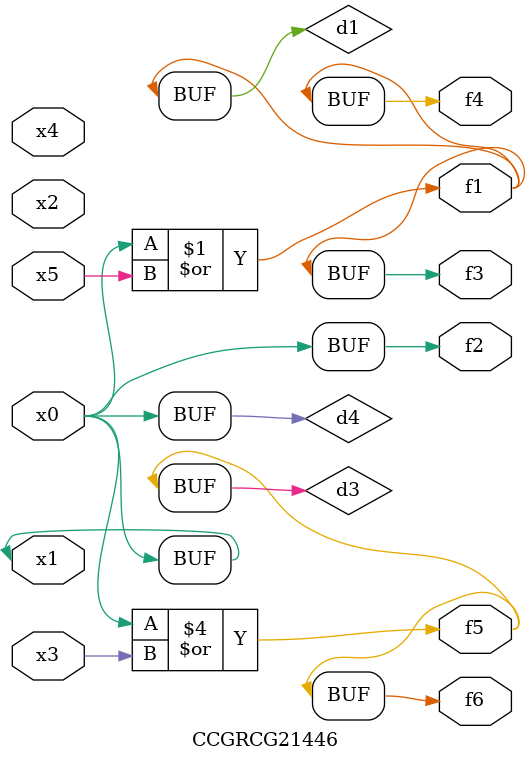
<source format=v>
module CCGRCG21446(
	input x0, x1, x2, x3, x4, x5,
	output f1, f2, f3, f4, f5, f6
);

	wire d1, d2, d3, d4;

	or (d1, x0, x5);
	xnor (d2, x1, x4);
	or (d3, x0, x3);
	buf (d4, x0, x1);
	assign f1 = d1;
	assign f2 = d4;
	assign f3 = d1;
	assign f4 = d1;
	assign f5 = d3;
	assign f6 = d3;
endmodule

</source>
